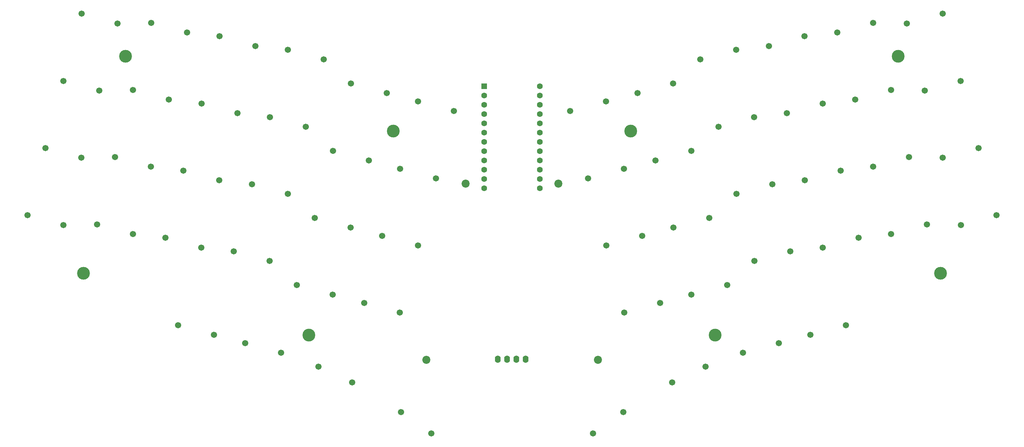
<source format=gts>
G04 #@! TF.GenerationSoftware,KiCad,Pcbnew,9.0.7*
G04 #@! TF.CreationDate,2026-02-21T20:18:19+09:00*
G04 #@! TF.ProjectId,TrueStrike56,54727565-5374-4726-996b-6535362e6b69,rev?*
G04 #@! TF.SameCoordinates,Original*
G04 #@! TF.FileFunction,Soldermask,Top*
G04 #@! TF.FilePolarity,Negative*
%FSLAX46Y46*%
G04 Gerber Fmt 4.6, Leading zero omitted, Abs format (unit mm)*
G04 Created by KiCad (PCBNEW 9.0.7) date 2026-02-21 20:18:19*
%MOMM*%
%LPD*%
G01*
G04 APERTURE LIST*
%ADD10C,1.701800*%
%ADD11C,3.500000*%
%ADD12C,2.200000*%
%ADD13O,1.600000X2.000000*%
%ADD14R,1.600000X1.600000*%
%ADD15C,1.600000*%
G04 APERTURE END LIST*
D10*
X243570874Y-70682477D03*
X233757068Y-73312079D03*
X270843433Y-143321806D03*
X261635345Y-147615608D03*
X345600667Y-83445094D03*
X335786861Y-86074696D03*
X253431878Y-107484250D03*
X243618072Y-110113852D03*
X297951788Y-52824158D03*
X288137982Y-55453760D03*
X261971768Y-65751974D03*
X252157962Y-68381576D03*
X248501380Y-89083362D03*
X238687574Y-91712964D03*
X266902270Y-84152861D03*
X257088464Y-86782463D03*
X312743297Y-108026815D03*
X302929491Y-110656417D03*
X289083217Y-93329705D03*
X279269411Y-95959307D03*
X302882296Y-71225037D03*
X293068490Y-73854639D03*
X307812802Y-89625922D03*
X297998996Y-92255524D03*
X290894217Y-136890273D03*
X281080411Y-139519875D03*
X321611879Y-67521265D03*
X311798073Y-70150867D03*
X248287380Y-155711593D03*
X239964796Y-161539129D03*
X331472884Y-104323036D03*
X321659078Y-106952638D03*
X340670174Y-65044215D03*
X330856368Y-67673817D03*
X284152707Y-74928821D03*
X274338901Y-77558423D03*
X335739664Y-46643332D03*
X325925858Y-49272934D03*
X316681370Y-49120376D03*
X306867564Y-51749978D03*
X279222207Y-56527930D03*
X269408401Y-59157532D03*
X258362381Y-125885143D03*
X248548575Y-128514745D03*
X350531175Y-101845990D03*
X340717369Y-104475592D03*
X294013719Y-111730591D03*
X284199913Y-114360193D03*
X276763282Y-120954629D03*
X266949476Y-123584231D03*
X271832777Y-102553752D03*
X262018971Y-105183354D03*
X309295107Y-131959766D03*
X299481301Y-134589368D03*
X326542381Y-85922158D03*
X316728575Y-88551760D03*
X196984379Y-91712961D03*
X187170573Y-89083359D03*
X104815592Y-67673817D03*
X95001786Y-65044215D03*
X178583492Y-86782470D03*
X168769686Y-84152868D03*
X118943368Y-88551759D03*
X109129562Y-85922157D03*
X94954578Y-104475596D03*
X85140772Y-101845994D03*
X136190650Y-134589375D03*
X126376844Y-131959773D03*
X173652989Y-105183355D03*
X163839183Y-102553753D03*
X187123362Y-128514750D03*
X177309556Y-125885148D03*
X168722473Y-123584238D03*
X158908667Y-120954636D03*
X128804372Y-51749985D03*
X118990566Y-49120383D03*
X192053865Y-110113850D03*
X182240059Y-107484248D03*
X132742459Y-110656427D03*
X122928653Y-108026825D03*
X114012865Y-106952634D03*
X104199059Y-104323032D03*
X142603465Y-73854643D03*
X132789659Y-71225041D03*
X99885077Y-86074706D03*
X90071271Y-83445104D03*
X123873869Y-70150868D03*
X114060063Y-67521266D03*
X137672954Y-92255528D03*
X127859148Y-89625926D03*
X183513980Y-68381587D03*
X173700174Y-65751985D03*
X156403781Y-95954700D03*
X146589975Y-93325098D03*
X174036602Y-147615614D03*
X164828514Y-143321812D03*
X166264784Y-59152919D03*
X156450978Y-56523317D03*
X195707151Y-161539132D03*
X187384567Y-155711596D03*
X147533966Y-55453757D03*
X137720160Y-52824155D03*
X109746086Y-49272929D03*
X99932280Y-46643327D03*
X151473280Y-114355579D03*
X141659474Y-111725977D03*
X161334285Y-77553814D03*
X151520479Y-74924212D03*
X201914888Y-73312079D03*
X192101082Y-70682477D03*
X154591527Y-139519878D03*
X144777721Y-136890276D03*
D11*
X112014000Y-58293000D03*
X323596000Y-58293000D03*
X162179000Y-134620000D03*
X273431000Y-134620000D03*
D12*
X230535979Y-93206271D03*
X241330972Y-141466278D03*
D11*
X100457000Y-117729000D03*
D13*
X221518973Y-141271273D03*
X218978973Y-141271273D03*
X216438973Y-141271273D03*
X213898973Y-141271273D03*
D11*
X335153000Y-117729000D03*
X185293000Y-78740000D03*
D12*
X205135974Y-93206275D03*
D14*
X210215969Y-66536275D03*
D15*
X210215973Y-69076275D03*
X210215971Y-71616273D03*
X210215972Y-74156272D03*
X210215971Y-76696274D03*
X210215977Y-79236275D03*
X210215972Y-81776275D03*
X210215971Y-84316275D03*
X210215976Y-86856275D03*
X210215971Y-89396277D03*
X210215970Y-91936276D03*
X210215970Y-94476271D03*
X225455973Y-94476275D03*
X225455969Y-91936275D03*
X225455971Y-89396277D03*
X225455970Y-86856278D03*
X225455971Y-84316276D03*
X225455965Y-81776275D03*
X225455970Y-79236275D03*
X225455971Y-76696275D03*
X225455966Y-74156275D03*
X225455971Y-71616273D03*
X225455972Y-69076274D03*
X225455972Y-66536279D03*
D12*
X194340978Y-141466267D03*
D11*
X250317000Y-78740000D03*
M02*

</source>
